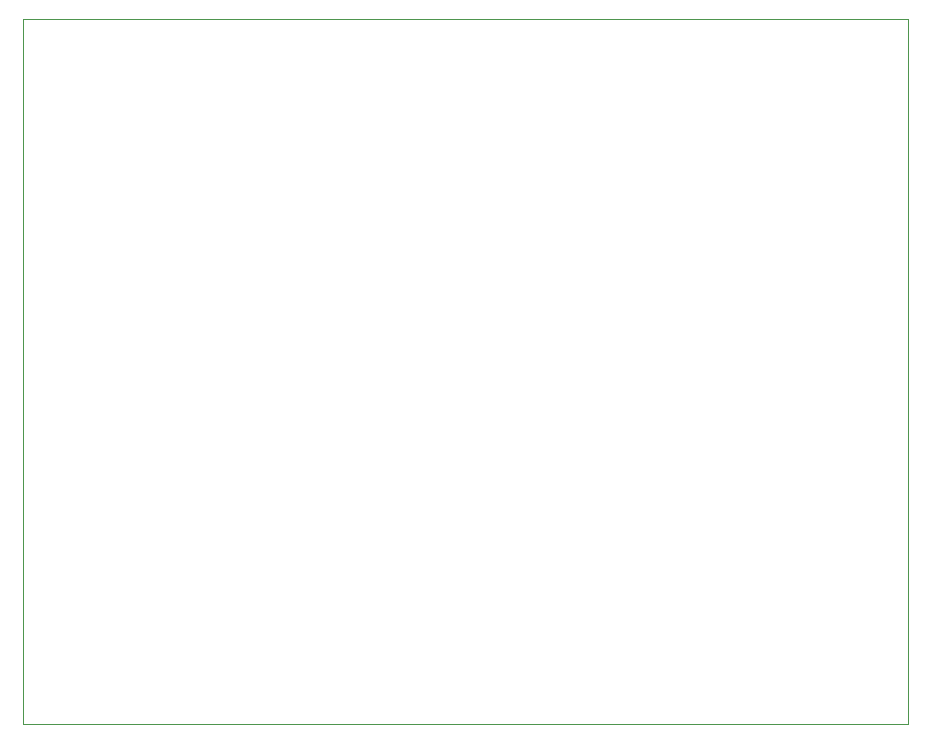
<source format=gbr>
G04 DipTrace 4.3.0.5*
G04 AtesBoard.gbr*
%MOIN*%
G04 #@! TF.FileFunction,Profile*
G04 #@! TF.Part,Single*
%ADD10C,0.004724*%
%FSLAX26Y26*%
G04*
G70*
G90*
G75*
G01*
G04 BoardOutline*
%LPD*%
X-950000Y1050000D2*
G54D10*
Y-1300000D1*
X2000000D1*
Y1050000D1*
X-950000D1*
M02*

</source>
